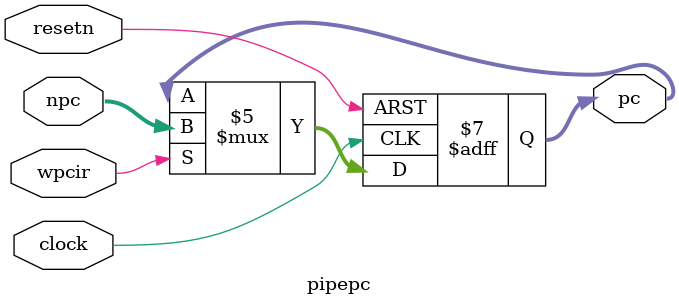
<source format=v>
module pipepc(npc, wpcir, clock, resetn, pc);
    input        clock, resetn, wpcir;
    input [31:0] npc;

    output reg [31:0] pc;

    always @ (posedge clock or negedge resetn)
        if (resetn == 0) begin
            pc = 0;
        end else if (wpcir == 1) begin
            pc = npc;
    end
endmodule // pipepc

</source>
